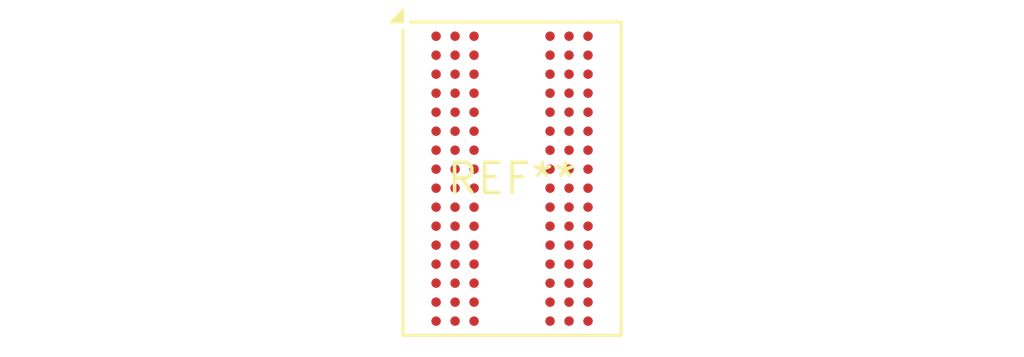
<source format=kicad_pcb>
(kicad_pcb (version 20240108) (generator pcbnew)
  (layers (0 "F.Cu" signal) (31 "B.Cu" signal) (34 "B.Paste" user) (35 "F.Paste" user) (36 "B.SilkS" user "B.Silkscreen") (37 "F.SilkS" user "F.Silkscreen") (38 "B.Mask" user) (39 "F.Mask" user) (44 "Edge.Cuts" user))
  (net 0 "")
  (footprint "BGA-96_9.0x13.0mm_Layout2x3x16_P0.8mm" (layer "F.Cu") (at 0 0)
    (property "Reference" "REF**")
    (property "Value" "BGA-96_9.0x13.0mm_Layout2x3x16_P0.8mm")
    (fp_line (start -4.6 -6.28) (end -4.6 6.6) (layer "F.SilkS") (stroke (width 0.12)))
    (fp_line (start -4.6 6.6) (end 4.6 6.6) (layer "F.SilkS") (stroke (width 0.12)))
    (fp_line (start 4.6 -6.6) (end -4.28 -6.6) (layer "F.SilkS") (stroke (width 0.12)))
    (fp_line (start 4.6 6.6) (end 4.6 -6.6) (layer "F.SilkS") (stroke (width 0.12)))
    (fp_poly (pts (xy -4.6 -6.6) (xy -5.1 -6.6) (xy -4.6 -7.1) (xy -4.6 -6.6)) (layer "F.SilkS") (stroke (width 0.12)) (fill solid))
    (pad "A1" smd circle (at -3.2 -6) (size 0.4 0.4) (property pad_prop_bga) (layers "F.Cu" "F.Paste" "F.Mask"))
    (pad "A2" smd circle (at -2.4 -6) (size 0.4 0.4) (property pad_prop_bga) (layers "F.Cu" "F.Paste" "F.Mask"))
    (pad "A3" smd circle (at -1.6 -6) (size 0.4 0.4) (property pad_prop_bga) (layers "F.Cu" "F.Paste" "F.Mask"))
    (pad "A7" smd circle (at 1.6 -6) (size 0.4 0.4) (property pad_prop_bga) (layers "F.Cu" "F.Paste" "F.Mask"))
    (pad "A8" smd circle (at 2.4 -6) (size 0.4 0.4) (property pad_prop_bga) (layers "F.Cu" "F.Paste" "F.Mask"))
    (pad "A9" smd circle (at 3.2 -6) (size 0.4 0.4) (property pad_prop_bga) (layers "F.Cu" "F.Paste" "F.Mask"))
    (pad "B1" smd circle (at -3.2 -5.2) (size 0.4 0.4) (property pad_prop_bga) (layers "F.Cu" "F.Paste" "F.Mask"))
    (pad "B2" smd circle (at -2.4 -5.2) (size 0.4 0.4) (property pad_prop_bga) (layers "F.Cu" "F.Paste" "F.Mask"))
    (pad "B3" smd circle (at -1.6 -5.2) (size 0.4 0.4) (property pad_prop_bga) (layers "F.Cu" "F.Paste" "F.Mask"))
    (pad "B7" smd circle (at 1.6 -5.2) (size 0.4 0.4) (property pad_prop_bga) (layers "F.Cu" "F.Paste" "F.Mask"))
    (pad "B8" smd circle (at 2.4 -5.2) (size 0.4 0.4) (property pad_prop_bga) (layers "F.Cu" "F.Paste" "F.Mask"))
    (pad "B9" smd circle (at 3.2 -5.2) (size 0.4 0.4) (property pad_prop_bga) (layers "F.Cu" "F.Paste" "F.Mask"))
    (pad "C1" smd circle (at -3.2 -4.4) (size 0.4 0.4) (property pad_prop_bga) (layers "F.Cu" "F.Paste" "F.Mask"))
    (pad "C2" smd circle (at -2.4 -4.4) (size 0.4 0.4) (property pad_prop_bga) (layers "F.Cu" "F.Paste" "F.Mask"))
    (pad "C3" smd circle (at -1.6 -4.4) (size 0.4 0.4) (property pad_prop_bga) (layers "F.Cu" "F.Paste" "F.Mask"))
    (pad "C7" smd circle (at 1.6 -4.4) (size 0.4 0.4) (property pad_prop_bga) (layers "F.Cu" "F.Paste" "F.Mask"))
    (pad "C8" smd circle (at 2.4 -4.4) (size 0.4 0.4) (property pad_prop_bga) (layers "F.Cu" "F.Paste" "F.Mask"))
    (pad "C9" smd circle (at 3.2 -4.4) (size 0.4 0.4) (property pad_prop_bga) (layers "F.Cu" "F.Paste" "F.Mask"))
    (pad "D1" smd circle (at -3.2 -3.6) (size 0.4 0.4) (property pad_prop_bga) (layers "F.Cu" "F.Paste" "F.Mask"))
    (pad "D2" smd circle (at -2.4 -3.6) (size 0.4 0.4) (property pad_prop_bga) (layers "F.Cu" "F.Paste" "F.Mask"))
    (pad "D3" smd circle (at -1.6 -3.6) (size 0.4 0.4) (property pad_prop_bga) (layers "F.Cu" "F.Paste" "F.Mask"))
    (pad "D7" smd circle (at 1.6 -3.6) (size 0.4 0.4) (property pad_prop_bga) (layers "F.Cu" "F.Paste" "F.Mask"))
    (pad "D8" smd circle (at 2.4 -3.6) (size 0.4 0.4) (property pad_prop_bga) (layers "F.Cu" "F.Paste" "F.Mask"))
    (pad "D9" smd circle (at 3.2 -3.6) (size 0.4 0.4) (property pad_prop_bga) (layers "F.Cu" "F.Paste" "F.Mask"))
    (pad "E1" smd circle (at -3.2 -2.8) (size 0.4 0.4) (property pad_prop_bga) (layers "F.Cu" "F.Paste" "F.Mask"))
    (pad "E2" smd circle (at -2.4 -2.8) (size 0.4 0.4) (property pad_prop_bga) (layers "F.Cu" "F.Paste" "F.Mask"))
    (pad "E3" smd circle (at -1.6 -2.8) (size 0.4 0.4) (property pad_prop_bga) (layers "F.Cu" "F.Paste" "F.Mask"))
    (pad "E7" smd circle (at 1.6 -2.8) (size 0.4 0.4) (property pad_prop_bga) (layers "F.Cu" "F.Paste" "F.Mask"))
    (pad "E8" smd circle (at 2.4 -2.8) (size 0.4 0.4) (property pad_prop_bga) (layers "F.Cu" "F.Paste" "F.Mask"))
    (pad "E9" smd circle (at 3.2 -2.8) (size 0.4 0.4) (property pad_prop_bga) (layers "F.Cu" "F.Paste" "F.Mask"))
    (pad "F1" smd circle (at -3.2 -2) (size 0.4 0.4) (property pad_prop_bga) (layers "F.Cu" "F.Paste" "F.Mask"))
    (pad "F2" smd circle (at -2.4 -2) (size 0.4 0.4) (property pad_prop_bga) (layers "F.Cu" "F.Paste" "F.Mask"))
    (pad "F3" smd circle (at -1.6 -2) (size 0.4 0.4) (property pad_prop_bga) (layers "F.Cu" "F.Paste" "F.Mask"))
    (pad "F7" smd circle (at 1.6 -2) (size 0.4 0.4) (property pad_prop_bga) (layers "F.Cu" "F.Paste" "F.Mask"))
    (pad "F8" smd circle (at 2.4 -2) (size 0.4 0.4) (property pad_prop_bga) (layers "F.Cu" "F.Paste" "F.Mask"))
    (pad "F9" smd circle (at 3.2 -2) (size 0.4 0.4) (property pad_prop_bga) (layers "F.Cu" "F.Paste" "F.Mask"))
    (pad "G1" smd circle (at -3.2 -1.2) (size 0.4 0.4) (property pad_prop_bga) (layers "F.Cu" "F.Paste" "F.Mask"))
    (pad "G2" smd circle (at -2.4 -1.2) (size 0.4 0.4) (property pad_prop_bga) (layers "F.Cu" "F.Paste" "F.Mask"))
    (pad "G3" smd circle (at -1.6 -1.2) (size 0.4 0.4) (property pad_prop_bga) (layers "F.Cu" "F.Paste" "F.Mask"))
    (pad "G7" smd circle (at 1.6 -1.2) (size 0.4 0.4) (property pad_prop_bga) (layers "F.Cu" "F.Paste" "F.Mask"))
    (pad "G8" smd circle (at 2.4 -1.2) (size 0.4 0.4) (property pad_prop_bga) (layers "F.Cu" "F.Paste" "F.Mask"))
    (pad "G9" smd circle (at 3.2 -1.2) (size 0.4 0.4) (property pad_prop_bga) (layers "F.Cu" "F.Paste" "F.Mask"))
    (pad "H1" smd circle (at -3.2 -0.4) (size 0.4 0.4) (property pad_prop_bga) (layers "F.Cu" "F.Paste" "F.Mask"))
    (pad "H2" smd circle (at -2.4 -0.4) (size 0.4 0.4) (property pad_prop_bga) (layers "F.Cu" "F.Paste" "F.Mask"))
    (pad "H3" smd circle (at -1.6 -0.4) (size 0.4 0.4) (property pad_prop_bga) (layers "F.Cu" "F.Paste" "F.Mask"))
    (pad "H7" smd circle (at 1.6 -0.4) (size 0.4 0.4) (property pad_prop_bga) (layers "F.Cu" "F.Paste" "F.Mask"))
    (pad "H8" smd circle (at 2.4 -0.4) (size 0.4 0.4) (property pad_prop_bga) (layers "F.Cu" "F.Paste" "F.Mask"))
    (pad "H9" smd circle (at 3.2 -0.4) (size 0.4 0.4) (property pad_prop_bga) (layers "F.Cu" "F.Paste" "F.Mask"))
    (pad "J1" smd circle (at -3.2 0.4) (size 0.4 0.4) (property pad_prop_bga) (layers "F.Cu" "F.Paste" "F.Mask"))
    (pad "J2" smd circle (at -2.4 0.4) (size 0.4 0.4) (property pad_prop_bga) (layers "F.Cu" "F.Paste" "F.Mask"))
    (pad "J3" smd circle (at -1.6 0.4) (size 0.4 0.4) (property pad_prop_bga) (layers "F.Cu" "F.Paste" "F.Mask"))
    (pad "J7" smd circle (at 1.6 0.4) (size 0.4 0.4) (property pad_prop_bga) (layers "F.Cu" "F.Paste" "F.Mask"))
    (pad "J8" smd circle (at 2.4 0.4) (size 0.4 0.4) (property pad_prop_bga) (layers "F.Cu" "F.Paste" "F.Mask"))
    (pad "J9" smd circle (at 3.2 0.4) (size 0.4 0.4) (property pad_prop_bga) (layers "F.Cu" "F.Paste" "F.Mask"))
    (pad "K1" smd circle (at -3.2 1.2) (size 0.4 0.4) (property pad_prop_bga) (layers "F.Cu" "F.Paste" "F.Mask"))
    (pad "K2" smd circle (at -2.4 1.2) (size 0.4 0.4) (property pad_prop_bga) (layers "F.Cu" "F.Paste" "F.Mask"))
    (pad "K3" smd circle (at -1.6 1.2) (size 0.4 0.4) (property pad_prop_bga) (layers "F.Cu" "F.Paste" "F.Mask"))
    (pad "K7" smd circle (at 1.6 1.2) (size 0.4 0.4) (property pad_prop_bga) (layers "F.Cu" "F.Paste" "F.Mask"))
    (pad "K8" smd circle (at 2.4 1.2) (size 0.4 0.4) (property pad_prop_bga) (layers "F.Cu" "F.Paste" "F.Mask"))
    (pad "K9" smd circle (at 3.2 1.2) (size 0.4 0.4) (property pad_prop_bga) (layers "F.Cu" "F.Paste" "F.Mask"))
    (pad "L1" smd circle (at -3.2 2) (size 0.4 0.4) (property pad_prop_bga) (layers "F.Cu" "F.Paste" "F.Mask"))
    (pad "L2" smd circle (at -2.4 2) (size 0.4 0.4) (property pad_prop_bga) (layers "F.Cu" "F.Paste" "F.Mask"))
    (pad "L3" smd circle (at -1.6 2) (size 0.4 0.4) (property pad_prop_bga) (layers "F.Cu" "F.Paste" "F.Mask"))
    (pad "L7" smd circle (at 1.6 2) (size 0.4 0.4) (property pad_prop_bga) (layers "F.Cu" "F.Paste" "F.Mask"))
    (pad "L8" smd circle (at 2.4 2) (size 0.4 0.4) (property pad_prop_bga) (layers "F.Cu" "F.Paste" "F.Mask"))
    (pad "L9" smd circle (at 3.2 2) (size 0.4 0.4) (property pad_prop_bga) (layers "F.Cu" "F.Paste" "F.Mask"))
    (pad "M1" smd circle (at -3.2 2.8) (size 0.4 0.4) (property pad_prop_bga) (layers "F.Cu" "F.Paste" "F.Mask"))
    (pad "M2" smd circle (at -2.4 2.8) (size 0.4 0.4) (property pad_prop_bga) (layers "F.Cu" "F.Paste" "F.Mask"))
    (pad "M3" smd circle (at -1.6 2.8) (size 0.4 0.4) (property pad_prop_bga) (layers "F.Cu" "F.Paste" "F.Mask"))
    (pad "M7" smd circle (at 1.6 2.8) (size 0.4 0.4) (property pad_prop_bga) (layers "F.Cu" "F.Paste" "F.Mask"))
    (pad "M8" smd circle (at 2.4 2.8) (size 0.4 0.4) (property pad_prop_bga) (layers "F.Cu" "F.Paste" "F.Mask"))
    (pad "M9" smd circle (at 3.2 2.8) (size 0.4 0.4) (property pad_prop_bga) (layers "F.Cu" "F.Paste" "F.Mask"))
    (pad "N1" smd circle (at -3.2 3.6) (size 0.4 0.4) (property pad_prop_bga) (layers "F.Cu" "F.Paste" "F.Mask"))
    (pad "N2" smd circle (at -2.4 3.6) (size 0.4 0.4) (property pad_prop_bga) (layers "F.Cu" "F.Paste" "F.Mask"))
    (pad "N3" smd circle (at -1.6 3.6) (size 0.4 0.4) (property pad_prop_bga) (layers "F.Cu" "F.Paste" "F.Mask"))
    (pad "N7" smd circle (at 1.6 3.6) (size 0.4 0.4) (property pad_prop_bga) (layers "F.Cu" "F.Paste" "F.Mask"))
    (pad "N8" smd circle (at 2.4 3.6) (size 0.4 0.4) (property pad_prop_bga) (layers "F.Cu" "F.Paste" "F.Mask"))
    (pad "N9" smd circle (at 3.2 3.6) (size 0.4 0.4) (property pad_prop_bga) (layers "F.Cu" "F.Paste" "F.Mask"))
    (pad "P1" smd circle (at -3.2 4.4) (size 0.4 0.4) (property pad_prop_bga) (layers "F.Cu" "F.Paste" "F.Mask"))
    (pad "P2" smd circle (at -2.4 4.4) (size 0.4 0.4) (property pad_prop_bga) (layers "F.Cu" "F.Paste" "F.Mask"))
    (pad "P3" smd circle (at -1.6 4.4) (size 0.4 0.4) (property pad_prop_bga) (layers "F.Cu" "F.Paste" "F.Mask"))
    (pad "P7" smd circle (at 1.6 4.4) (size 0.4 0.4) (property pad_prop_bga) (layers "F.Cu" "F.Paste" "F.Mask"))
    (pad "P8" smd circle (at 2.4 4.4) (size 0.4 0.4) (property pad_prop_bga) (layers "F.Cu" "F.Paste" "F.Mask"))
    (pad "P9" smd circle (at 3.2 4.4) (size 0.4 0.4) (property pad_prop_bga) (layers "F.Cu" "F.Paste" "F.Mask"))
    (pad "R1" smd circle (at -3.2 5.2) (size 0.4 0.4) (property pad_prop_bga) (layers "F.Cu" "F.Paste" "F.Mask"))
    (pad "R2" smd circle (at -2.4 5.2) (size 0.4 0.4) (property pad_prop_bga) (layers "F.Cu" "F.Paste" "F.Mask"))
    (pad "R3" smd circle (at -1.6 5.2) (size 0.4 0.4) (property pad_prop_bga) (layers "F.Cu" "F.Paste" "F.Mask"))
    (pad "R7" smd circle (at 1.6 5.2) (size 0.4 0.4) (property pad_prop_bga) (layers "F.Cu" "F.Paste" "F.Mask"))
    (pad "R8" smd circle (at 2.4 5.2) (size 0.4 0.4) (property pad_prop_bga) (layers "F.Cu" "F.Paste" "F.Mask"))
    (pad "R9" smd circle (at 3.2 5.2) (size 0.4 0.4) (property pad_prop_bga) (layers "F.Cu" "F.Paste" "F.Mask"))
    (pad "T1" smd circle (at -3.2 6) (size 0.4 0.4) (property pad_prop_bga) (layers "F.Cu" "F.Paste" "F.Mask"))
    (pad "T2" smd circle (at -2.4 6) (size 0.4 0.4) (property pad_prop_bga) (layers "F.Cu" "F.Paste" "F.Mask"))
    (pad "T3" smd circle (at -1.6 6) (size 0.4 0.4) (property pad_prop_bga) (layers "F.Cu" "F.Paste" "F.Mask"))
    (pad "T7" smd circle (at 1.6 6) (size 0.4 0.4) (property pad_prop_bga) (layers "F.Cu" "F.Paste" "F.Mask"))
    (pad "T8" smd circle (at 2.4 6) (size 0.4 0.4) (property pad_prop_bga) (layers "F.Cu" "F.Paste" "F.Mask"))
    (pad "T9" smd circle (at 3.2 6) (size 0.4 0.4) (property pad_prop_bga) (layers "F.Cu" "F.Paste" "F.Mask"))
  )
)
</source>
